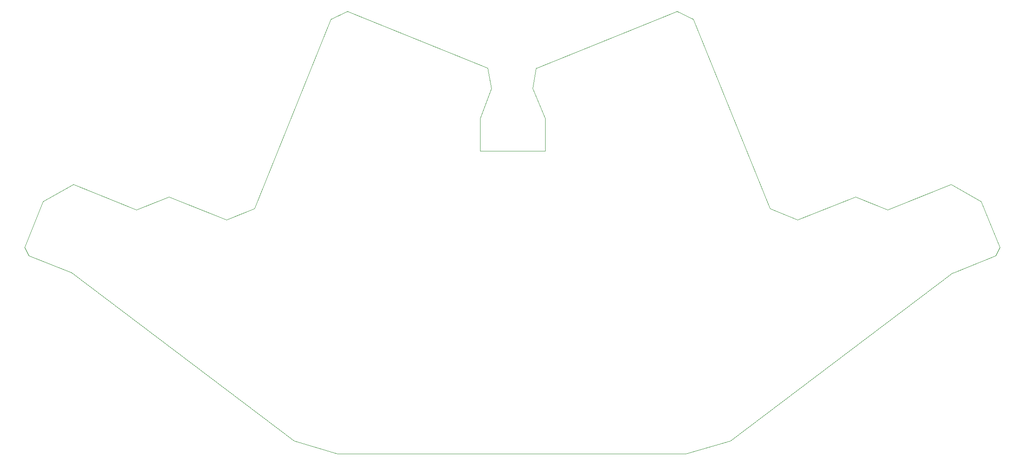
<source format=gbr>
G04 #@! TF.GenerationSoftware,KiCad,Pcbnew,(5.1.4)-1*
G04 #@! TF.CreationDate,2023-12-29T15:47:13-05:00*
G04 #@! TF.ProjectId,ThumbsUp,5468756d-6273-4557-902e-6b696361645f,rev?*
G04 #@! TF.SameCoordinates,Original*
G04 #@! TF.FileFunction,Profile,NP*
%FSLAX46Y46*%
G04 Gerber Fmt 4.6, Leading zero omitted, Abs format (unit mm)*
G04 Created by KiCad (PCBNEW (5.1.4)-1) date 2023-12-29 15:47:13*
%MOMM*%
%LPD*%
G04 APERTURE LIST*
%ADD10C,0.050000*%
G04 APERTURE END LIST*
D10*
X146600000Y-67640000D02*
X147394000Y-71758000D01*
X156458765Y-67678249D02*
X155776000Y-71758000D01*
X155776000Y-71758000D02*
X158316000Y-77854000D01*
X145108000Y-77854000D02*
X147394000Y-71758000D01*
X158316000Y-84458000D02*
X158316000Y-77854000D01*
X145108000Y-84458000D02*
X145108000Y-77854000D01*
X158316000Y-84458000D02*
X145108000Y-84458000D01*
X186858765Y-145978249D02*
X195874073Y-143337630D01*
X184838891Y-56228533D02*
X156559784Y-67654034D01*
X116158765Y-145978249D02*
X186858765Y-145978249D01*
X156559784Y-67654034D02*
X156458765Y-67678249D01*
X118320893Y-56214499D02*
X118135456Y-56139577D01*
X116158765Y-145978249D02*
X107285711Y-143323596D01*
X185024328Y-56153612D02*
X184838891Y-56228533D01*
X118320893Y-56214499D02*
X146600000Y-67640000D01*
X227837043Y-96449908D02*
X240632180Y-91280337D01*
X209552856Y-98444525D02*
X221272833Y-93817200D01*
X209552856Y-98444525D02*
X203899899Y-96198622D01*
X241177031Y-109179586D02*
X249707122Y-105733206D01*
X195874073Y-143337630D02*
X240991594Y-109254508D01*
X185024328Y-56153612D02*
X188353725Y-57720492D01*
X250555652Y-104096136D02*
X249707122Y-105733206D01*
X246772125Y-94731579D02*
X240632180Y-91280337D01*
X107285711Y-143323596D02*
X62168190Y-109240473D01*
X246772125Y-94731579D02*
X250555652Y-104096136D01*
X61982753Y-109165552D02*
X62168190Y-109240473D01*
X56387659Y-94717544D02*
X52604132Y-104082101D01*
X81886951Y-93803166D02*
X75322741Y-96435873D01*
X221272833Y-93817200D02*
X227837043Y-96449908D01*
X56387659Y-94717544D02*
X62527604Y-91266302D01*
X75322741Y-96435873D02*
X62527604Y-91266302D01*
X188353725Y-57720492D02*
X203899899Y-96198622D01*
X241177031Y-109179586D02*
X240991594Y-109254508D01*
X93606928Y-98430491D02*
X99259885Y-96184587D01*
X114806059Y-57706457D02*
X99259885Y-96184587D01*
X93606928Y-98430491D02*
X81886951Y-93803166D01*
X52604132Y-104082101D02*
X53452662Y-105719171D01*
X118135456Y-56139577D02*
X114806059Y-57706457D01*
X61982753Y-109165552D02*
X53452662Y-105719171D01*
M02*

</source>
